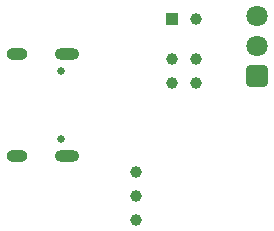
<source format=gbs>
G04 #@! TF.GenerationSoftware,KiCad,Pcbnew,8.0.1*
G04 #@! TF.CreationDate,2024-04-19T23:10:03+02:00*
G04 #@! TF.ProjectId,esp-ir-receiver,6573702d-6972-42d7-9265-636569766572,1.0.0*
G04 #@! TF.SameCoordinates,Original*
G04 #@! TF.FileFunction,Soldermask,Bot*
G04 #@! TF.FilePolarity,Negative*
%FSLAX46Y46*%
G04 Gerber Fmt 4.6, Leading zero omitted, Abs format (unit mm)*
G04 Created by KiCad (PCBNEW 8.0.1) date 2024-04-19 23:10:03*
%MOMM*%
%LPD*%
G01*
G04 APERTURE LIST*
G04 Aperture macros list*
%AMRoundRect*
0 Rectangle with rounded corners*
0 $1 Rounding radius*
0 $2 $3 $4 $5 $6 $7 $8 $9 X,Y pos of 4 corners*
0 Add a 4 corners polygon primitive as box body*
4,1,4,$2,$3,$4,$5,$6,$7,$8,$9,$2,$3,0*
0 Add four circle primitives for the rounded corners*
1,1,$1+$1,$2,$3*
1,1,$1+$1,$4,$5*
1,1,$1+$1,$6,$7*
1,1,$1+$1,$8,$9*
0 Add four rect primitives between the rounded corners*
20,1,$1+$1,$2,$3,$4,$5,0*
20,1,$1+$1,$4,$5,$6,$7,0*
20,1,$1+$1,$6,$7,$8,$9,0*
20,1,$1+$1,$8,$9,$2,$3,0*%
G04 Aperture macros list end*
%ADD10RoundRect,0.248400X0.651600X-0.651600X0.651600X0.651600X-0.651600X0.651600X-0.651600X-0.651600X0*%
%ADD11C,1.800000*%
%ADD12C,0.650000*%
%ADD13O,2.100000X1.000000*%
%ADD14O,1.800000X1.000000*%
%ADD15C,1.000000*%
%ADD16R,1.000000X1.000000*%
G04 APERTURE END LIST*
D10*
X151184001Y-101494024D03*
D11*
X151184001Y-98954024D03*
X151184001Y-96414024D03*
D12*
X134589001Y-101089999D03*
X134589001Y-106869999D03*
D13*
X135109001Y-99659999D03*
D14*
X130909001Y-99659999D03*
D13*
X135109001Y-108299999D03*
D14*
X130909001Y-108299999D03*
D15*
X140942001Y-109598999D03*
X143990001Y-100073999D03*
X143990001Y-102105999D03*
X140942001Y-113662999D03*
X140942001Y-111630999D03*
X146022001Y-102105999D03*
X146022001Y-100073999D03*
X146047401Y-96644999D03*
D16*
X144015401Y-96644999D03*
M02*

</source>
